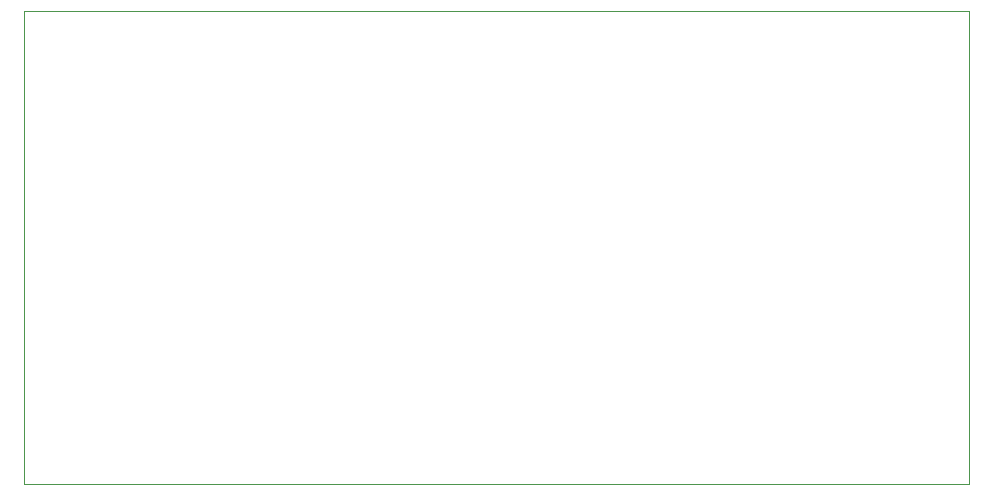
<source format=gm1>
G04 #@! TF.GenerationSoftware,KiCad,Pcbnew,9.0.2+dfsg-1*
G04 #@! TF.CreationDate,2025-08-18T20:56:22-04:00*
G04 #@! TF.ProjectId,Basic_Controller,42617369-635f-4436-9f6e-74726f6c6c65,rev?*
G04 #@! TF.SameCoordinates,Original*
G04 #@! TF.FileFunction,Profile,NP*
%FSLAX46Y46*%
G04 Gerber Fmt 4.6, Leading zero omitted, Abs format (unit mm)*
G04 Created by KiCad (PCBNEW 9.0.2+dfsg-1) date 2025-08-18 20:56:22*
%MOMM*%
%LPD*%
G01*
G04 APERTURE LIST*
G04 #@! TA.AperFunction,Profile*
%ADD10C,0.050000*%
G04 #@! TD*
G04 APERTURE END LIST*
D10*
X120500000Y-121500000D02*
X200500000Y-121500000D01*
X200500000Y-121500000D02*
X200500000Y-81500000D01*
X120500000Y-81500000D02*
X120500000Y-121500000D01*
X200500000Y-81500000D02*
X120500000Y-81500000D01*
M02*

</source>
